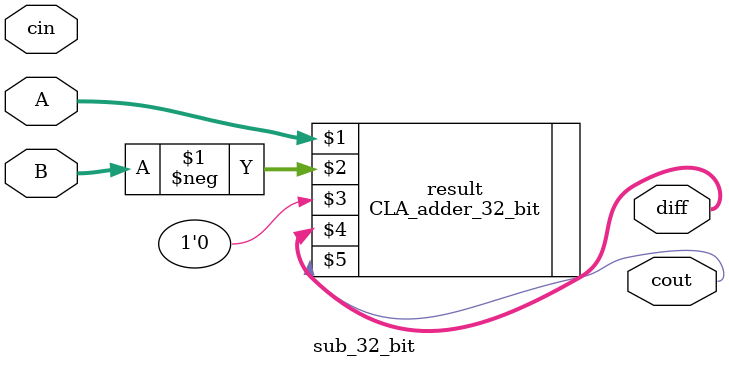
<source format=v>
module sub_32_bit(
	input [31:0] A, 
	input [31:0] B, 
	input  cin, 
	output wire[31:0] diff, 
	output cout);
	
	CLA_adder_32_bit result(A, -B, 1'b0, diff, cout);

endmodule
</source>
